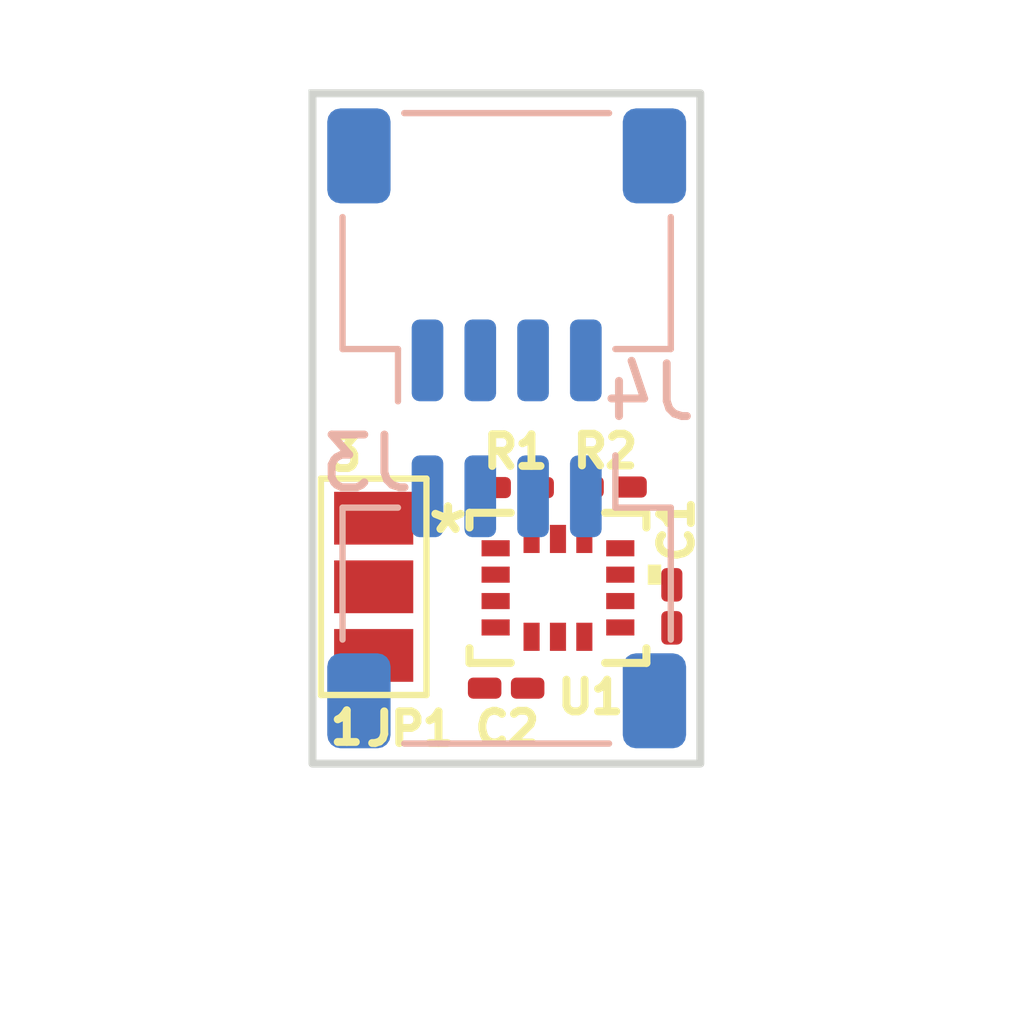
<source format=kicad_pcb>
(kicad_pcb (version 20221018) (generator pcbnew)
  (layers (0 "F.Cu" signal) (1 "In1.Cu" signal) (2 "In2.Cu" signal) (31 "B.Cu" signal) (34 "B.Paste" user) (35 "F.Paste" user) (36 "B.SilkS" user "B.Silkscreen") (37 "F.SilkS" user "F.Silkscreen") (38 "B.Mask" user) (39 "F.Mask" user) (44 "Edge.Cuts" user))
  (net 0 "")
  (net 8 "+3.3V")
  (net 9 "GND")
  (net 10 "SDA")
  (net 11 "SCL")
  (net 12 "Net-(JP1-C)")
  (footprint "Capacitor_SMD:C_0201_0603Metric_Pad0.64x0.40mm_HandSolder" (layer "F.Cu") (at 163.52 133.48 90)
    (fp_text reference "C1" (at 1.45 0.09 90) (layer "F.SilkS") (effects (font (size 0.6 0.6))))
    (fp_text value "100n")
    (pad "1" smd roundrect (at -0.4075 0 90) (size 0.635 0.4) (layers "F.Cu" "F.Mask") (net 8 "+3.3V"))
    (pad "2" smd roundrect (at 0.4075 0 90) (size 0.635 0.4) (layers "F.Cu" "F.Mask") (net 9 "GND"))
  )
  (footprint "Resistor_SMD:R_0201_0603Metric_Pad0.64x0.40mm_HandSolder" (layer "F.Cu") (at 160.56 131.23)
    (fp_text reference "R1" (at 0 -0.68 180) (layer "F.SilkS") (effects (font (size 0.6 0.6))))
    (fp_text value "10k")
    (pad "1" smd roundrect (at -0.4075 0) (size 0.635 0.4) (layers "F.Cu" "F.Mask") (net 8 "+3.3V"))
    (pad "2" smd roundrect (at 0.4075 0) (size 0.635 0.4) (layers "F.Cu" "F.Mask") (net 10 "SDA"))
  )
  (footprint "Capacitor_SMD:C_0201_0603Metric_Pad0.64x0.40mm_HandSolder" (layer "F.Cu") (at 160.38 135.03 180)
    (fp_text reference "C2" (at -0.02 -0.76) (layer "F.SilkS") (effects (font (size 0.6 0.6))))
    (fp_text value "100n")
    (pad "1" smd roundrect (at -0.4075 0 180) (size 0.635 0.4) (layers "F.Cu" "F.Mask") (net 8 "+3.3V"))
    (pad "2" smd roundrect (at 0.4075 0 180) (size 0.635 0.4) (layers "F.Cu" "F.Mask") (net 9 "GND"))
  )
  (footprint "Jumper:SolderJumper-3_P1.3mm_Open_Pad1.0x1.5mm_NumberLabels" (layer "F.Cu") (at 157.87 133.11 90)
    (fp_text reference "JP1" (at -2.69 0.7 180) (layer "F.SilkS") (effects (font (size 0.6 0.6))))
    (fp_text value "SolderJumper_3_Open")
    (fp_text user "1" (at -2.67 -0.51 180) (layer "F.SilkS") (effects (font (size 0.6 0.6))))
    (fp_text user "3" (at 2.52 -0.54 180) (layer "F.SilkS") (effects (font (size 0.6 0.6))))
    (fp_line (start -2.05 -1) (end 2.05 -1) (stroke (width 0.12)) (layer "F.SilkS"))
    (fp_line (start -2.05 1) (end -2.05 -1) (stroke (width 0.12)) (layer "F.SilkS"))
    (fp_line (start 2.05 -1) (end 2.05 1) (stroke (width 0.12)) (layer "F.SilkS"))
    (fp_line (start 2.05 1) (end -2.05 1) (stroke (width 0.12)) (layer "F.SilkS"))
    (pad "1" smd rect (at -1.3 0 90) (size 1 1.5) (layers "F.Cu" "F.Mask") (net 9 "GND"))
    (pad "2" smd rect (at 0 0 90) (size 1 1.5) (layers "F.Cu" "F.Mask") (net 12 "Net-(JP1-C)"))
    (pad "3" smd rect (at 1.3 0 90) (size 1 1.5) (layers "F.Cu" "F.Mask") (net 8 "+3.3V"))
  )
  (footprint "Resistor_SMD:R_0201_0603Metric_Pad0.64x0.40mm_HandSolder" (layer "F.Cu") (at 162.32 131.22 180)
    (fp_text reference "R2" (at 0.06 0.68 180) (layer "F.SilkS") (effects (font (size 0.6 0.6))))
    (fp_text value "10k")
    (pad "1" smd roundrect (at -0.4075 0 180) (size 0.635 0.4) (layers "F.Cu" "F.Mask") (net 8 "+3.3V"))
    (pad "2" smd roundrect (at 0.4075 0 180) (size 0.635 0.4) (layers "F.Cu" "F.Mask") (net 11 "SCL"))
  )
  (footprint "footprints:LGA14-L_2P59X3P1X0P5_STM" (layer "F.Cu") (at 161.3619 133.13)
    (fp_text reference "U1" (at 0.6181 2.07 unlocked) (layer "F.SilkS") (effects (font (size 0.6 0.6))))
    (fp_text value "LSM6DSV")
    (fp_text user "*" (at -2.0828 -1 unlocked) (layer "F.SilkS"))
    (fp_text user "*" (at -2.0828 -1) (layer "F.SilkS"))
    (fp_line (start -1.6764 -1.4224) (end -1.6764 -1.144182) (stroke (width 0.1524)) (layer "F.SilkS"))
    (fp_line (start -1.6764 1.144182) (end -1.6764 1.4224) (stroke (width 0.1524)) (layer "F.SilkS"))
    (fp_line (start -1.6764 1.4224) (end -0.89418 1.4224) (stroke (width 0.1524)) (layer "F.SilkS"))
    (fp_line (start -0.89418 -1.4224) (end -1.6764 -1.4224) (stroke (width 0.1524)) (layer "F.SilkS"))
    (fp_line (start 0.89418 1.4224) (end 1.6764 1.4224) (stroke (width 0.1524)) (layer "F.SilkS"))
    (fp_line (start 1.6764 -1.4224) (end 0.89418 -1.4224) (stroke (width 0.1524)) (layer "F.SilkS"))
    (fp_line (start 1.6764 -1.144182) (end 1.6764 -1.4224) (stroke (width 0.1524)) (layer "F.SilkS"))
    (fp_line (start 1.6764 1.4224) (end 1.6764 1.144182) (stroke (width 0.1524)) (layer "F.SilkS"))
    (fp_poly (pts (xy 1.9558 -0.4405) (xy 1.9558 -0.059499) (xy 1.7018 -0.059499) (xy 1.7018 -0.4405)) (fill solid) (layer "F.SilkS"))
    (pad "1" smd rect (at -1.1811 -0.750001 90) (size 0.3048 0.5334) (layers "F.Cu" "F.Paste" "F.Mask") (net 12 "Net-(JP1-C)"))
    (pad "2" smd rect (at -1.1811 -0.25 90) (size 0.3048 0.5334) (layers "F.Cu" "F.Paste" "F.Mask"))
    (pad "3" smd rect (at -1.1811 0.25 90) (size 0.3048 0.5334) (layers "F.Cu" "F.Paste" "F.Mask"))
    (pad "4" smd rect (at -1.1811 0.750001 90) (size 0.3048 0.5334) (layers "F.Cu" "F.Paste" "F.Mask"))
    (pad "5" smd rect (at -0.499999 0.9271) (size 0.3048 0.5334) (layers "F.Cu" "F.Paste" "F.Mask") (net 8 "+3.3V"))
    (pad "6" smd rect (at 0 0.9271) (size 0.3048 0.5334) (layers "F.Cu" "F.Paste" "F.Mask") (net 9 "GND"))
    (pad "7" smd rect (at 0.499999 0.9271) (size 0.3048 0.5334) (layers "F.Cu" "F.Paste" "F.Mask") (net 9 "GND"))
    (pad "8" smd rect (at 1.1811 0.750001 90) (size 0.3048 0.5334) (layers "F.Cu" "F.Paste" "F.Mask") (net 8 "+3.3V"))
    (pad "9" smd rect (at 1.1811 0.25 90) (size 0.3048 0.5334) (layers "F.Cu" "F.Paste" "F.Mask"))
    (pad "10" smd rect (at 1.1811 -0.25 90) (size 0.3048 0.5334) (layers "F.Cu" "F.Paste" "F.Mask"))
    (pad "11" smd rect (at 1.1811 -0.750001 90) (size 0.3048 0.5334) (layers "F.Cu" "F.Paste" "F.Mask"))
    (pad "12" smd rect (at 0.499999 -0.9271) (size 0.3048 0.5334) (layers "F.Cu" "F.Paste" "F.Mask"))
    (pad "13" smd rect (at 0 -0.9271) (size 0.3048 0.5334) (layers "F.Cu" "F.Paste" "F.Mask") (net 11 "SCL"))
    (pad "14" smd rect (at -0.499999 -0.9271) (size 0.3048 0.5334) (layers "F.Cu" "F.Paste" "F.Mask") (net 10 "SDA"))
  )
  (footprint "Connector_JST:JST_SH_SM04B-SRSS-TB_1x04-1MP_P1.00mm_Horizontal" (layer "B.Cu") (at 160.39 126.82)
    (fp_text reference "J3" (at -2.65 3.95) (layer "B.SilkS") (effects (justify mirror)))
    (fp_text value "Conn_01x04_MountingPin")
    (fp_line (start -3.11 -0.715) (end -3.11 1.785) (stroke (width 0.12)) (layer "B.SilkS"))
    (fp_line (start -3.11 1.785) (end -2.06 1.785) (stroke (width 0.12)) (layer "B.SilkS"))
    (fp_line (start -2.06 1.785) (end -2.06 2.775) (stroke (width 0.12)) (layer "B.SilkS"))
    (fp_line (start -1.94 -2.685) (end 1.94 -2.685) (stroke (width 0.12)) (layer "B.SilkS"))
    (fp_line (start 3.11 -0.715) (end 3.11 1.785) (stroke (width 0.12)) (layer "B.SilkS"))
    (fp_line (start 3.11 1.785) (end 2.06 1.785) (stroke (width 0.12)) (layer "B.SilkS"))
    (pad "1" smd roundrect (at -1.5 2) (size 0.6 1.55) (layers "B.Cu" "B.Paste" "B.Mask") (net 8 "+3.3V"))
    (pad "2" smd roundrect (at -0.5 2) (size 0.6 1.55) (layers "B.Cu" "B.Paste" "B.Mask") (net 10 "SDA"))
    (pad "3" smd roundrect (at 0.5 2) (size 0.6 1.55) (layers "B.Cu" "B.Paste" "B.Mask") (net 11 "SCL"))
    (pad "4" smd roundrect (at 1.5 2) (size 0.6 1.55) (layers "B.Cu" "B.Paste" "B.Mask") (net 9 "GND"))
    (pad "MP" smd roundrect (at -2.8 -1.875) (size 1.2 1.8) (layers "B.Cu" "B.Paste" "B.Mask") (roundrect_rratio 0.208333))
    (pad "MP" smd roundrect (at 2.8 -1.875) (size 1.2 1.8) (layers "B.Cu" "B.Paste" "B.Mask") (roundrect_rratio 0.208333))
  )
  (footprint "Connector_JST:JST_SH_SM04B-SRSS-TB_1x04-1MP_P1.00mm_Horizontal" (layer "B.Cu") (at 160.39 133.395 180)
    (fp_text reference "J4" (at -2.7 3.975) (layer "B.SilkS") (effects (justify mirror)))
    (fp_text value "Conn_01x04_MountingPin")
    (fp_line (start -3.11 -0.715) (end -3.11 1.785) (stroke (width 0.12)) (layer "B.SilkS"))
    (fp_line (start -3.11 1.785) (end -2.06 1.785) (stroke (width 0.12)) (layer "B.SilkS"))
    (fp_line (start -2.06 1.785) (end -2.06 2.775) (stroke (width 0.12)) (layer "B.SilkS"))
    (fp_line (start -1.94 -2.685) (end 1.94 -2.685) (stroke (width 0.12)) (layer "B.SilkS"))
    (fp_line (start 3.11 -0.715) (end 3.11 1.785) (stroke (width 0.12)) (layer "B.SilkS"))
    (fp_line (start 3.11 1.785) (end 2.06 1.785) (stroke (width 0.12)) (layer "B.SilkS"))
    (pad "1" smd roundrect (at -1.5 2 180) (size 0.6 1.55) (layers "B.Cu" "B.Paste" "B.Mask") (net 8 "+3.3V"))
    (pad "2" smd roundrect (at -0.5 2 180) (size 0.6 1.55) (layers "B.Cu" "B.Paste" "B.Mask") (net 10 "SDA"))
    (pad "3" smd roundrect (at 0.5 2 180) (size 0.6 1.55) (layers "B.Cu" "B.Paste" "B.Mask") (net 11 "SCL"))
    (pad "4" smd roundrect (at 1.5 2 180) (size 0.6 1.55) (layers "B.Cu" "B.Paste" "B.Mask") (net 9 "GND"))
    (pad "MP" smd roundrect (at -2.8 -1.875 180) (size 1.2 1.8) (layers "B.Cu" "B.Paste" "B.Mask") (roundrect_rratio 0.208333))
    (pad "MP" smd roundrect (at 2.8 -1.875 180) (size 1.2 1.8) (layers "B.Cu" "B.Paste" "B.Mask") (roundrect_rratio 0.208333))
  )
  (gr_rect (start 156.71 123.76) (end 164.06 136.46) (stroke (width 0.15)) (fill none) (layer "Edge.Cuts"))
)
</source>
